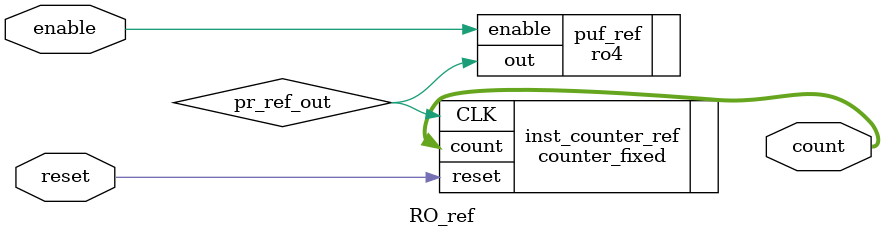
<source format=v>

module RO_ref (
	input wire enable,
	input wire reset,
	output wire [31:0] count
);
	
	wire pr_ref_out;
	
	//(* dont_touch = "yes" *) ringOsscilator #(.DELAY(0), .SIZE(5), .INITIAL_PARAM(24'o13542354)) puf_ref (.enable(enable), .out(pr_ref_out));
	(* dont_touch = "yes" *) ro4 puf_ref(.enable(enable), .out(pr_ref_out));
	
	(* dont_touch = "yes" *) counter_fixed inst_counter_ref(.CLK(pr_ref_out), .reset(reset), .count(count));
	
	
endmodule

</source>
